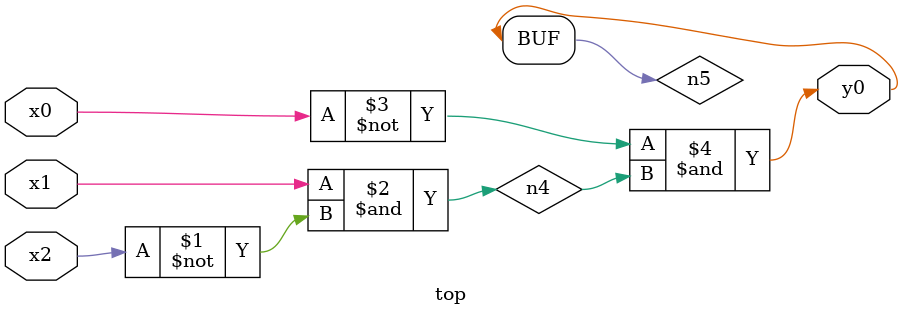
<source format=v>
module top( x0 , x1 , x2 , y0 );
  input x0 , x1 , x2 ;
  output y0 ;
  wire n4 , n5 ;
  assign n4 = x1 & ~x2 ;
  assign n5 = ~x0 & n4 ;
  assign y0 = n5 ;
endmodule

</source>
